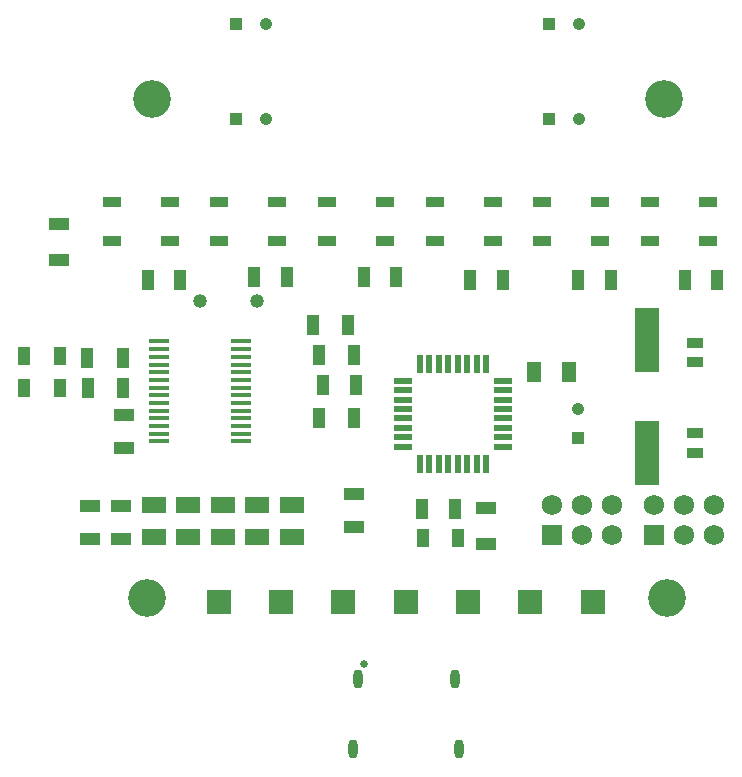
<source format=gbs>
G04 #@! TF.GenerationSoftware,KiCad,Pcbnew,(5.1.9)-1*
G04 #@! TF.CreationDate,2021-04-13T17:11:41+02:00*
G04 #@! TF.ProjectId,sh_control,73685f63-6f6e-4747-926f-6c2e6b696361,rev?*
G04 #@! TF.SameCoordinates,Original*
G04 #@! TF.FileFunction,Soldermask,Bot*
G04 #@! TF.FilePolarity,Negative*
%FSLAX46Y46*%
G04 Gerber Fmt 4.6, Leading zero omitted, Abs format (unit mm)*
G04 Created by KiCad (PCBNEW (5.1.9)-1) date 2021-04-13 17:11:41*
%MOMM*%
%LPD*%
G01*
G04 APERTURE LIST*
%ADD10R,1.800000X1.050000*%
%ADD11R,2.000000X2.000000*%
%ADD12R,2.000000X5.500000*%
%ADD13C,1.192000*%
%ADD14R,1.050000X1.800000*%
%ADD15R,1.200000X1.800000*%
%ADD16R,1.500000X0.900000*%
%ADD17R,1.100000X1.550000*%
%ADD18C,1.725000*%
%ADD19R,1.725000X1.725000*%
%ADD20O,0.800000X1.600000*%
%ADD21C,0.650000*%
%ADD22R,1.700000X0.450000*%
%ADD23R,1.500000X0.600000*%
%ADD24R,0.600000X1.500000*%
%ADD25C,3.200000*%
%ADD26R,2.110000X1.350000*%
%ADD27R,1.820000X1.020000*%
%ADD28C,1.050000*%
%ADD29R,1.050000X1.050000*%
%ADD30R,1.050000X1.820000*%
%ADD31R,1.020000X1.820000*%
%ADD32R,1.390000X0.960000*%
G04 APERTURE END LIST*
D10*
X57550000Y-98900000D03*
X57550000Y-95900000D03*
D11*
X102730000Y-127880000D03*
X97451665Y-127880000D03*
X92173332Y-127880000D03*
X86894999Y-127880000D03*
X81616666Y-127880000D03*
X76338333Y-127880000D03*
X71060000Y-127880000D03*
D12*
X107320000Y-115220000D03*
X107320000Y-105720000D03*
D13*
X69460000Y-102350000D03*
X74340000Y-102350000D03*
D14*
X59960000Y-109740000D03*
X62960000Y-109740000D03*
X59940000Y-107240000D03*
X62940000Y-107240000D03*
D10*
X93710000Y-122930000D03*
X93710000Y-119930000D03*
D14*
X79526000Y-112268000D03*
X82526000Y-112268000D03*
X82550000Y-106934000D03*
X79550000Y-106934000D03*
D15*
X97720000Y-108380000D03*
X100720000Y-108380000D03*
D14*
X82042000Y-104394000D03*
X79042000Y-104394000D03*
D16*
X112470000Y-97290000D03*
X112470000Y-93990000D03*
X107570000Y-93990000D03*
X107570000Y-97290000D03*
X103356000Y-97290000D03*
X103356000Y-93990000D03*
X98456000Y-93990000D03*
X98456000Y-97290000D03*
X94242000Y-97290000D03*
X94242000Y-93990000D03*
X89342000Y-93990000D03*
X89342000Y-97290000D03*
X85128000Y-97290000D03*
X85128000Y-93990000D03*
X80228000Y-93990000D03*
X80228000Y-97290000D03*
X76014000Y-97290000D03*
X76014000Y-93990000D03*
X71114000Y-93990000D03*
X71114000Y-97290000D03*
X66900000Y-97290000D03*
X66900000Y-93990000D03*
X62000000Y-93990000D03*
X62000000Y-97290000D03*
D17*
X57590000Y-109760000D03*
X54590000Y-109760000D03*
X57610000Y-107070000D03*
X54610000Y-107070000D03*
X91340000Y-122440000D03*
X88340000Y-122440000D03*
D18*
X113030000Y-119634000D03*
X113030000Y-122174000D03*
X110490000Y-119634000D03*
X110490000Y-122174000D03*
X107950000Y-119634000D03*
D19*
X107950000Y-122174000D03*
D18*
X104394000Y-119634000D03*
X104394000Y-122174000D03*
X101854000Y-119634000D03*
X101854000Y-122174000D03*
X99314000Y-119634000D03*
D19*
X99314000Y-122174000D03*
D20*
X82824360Y-134361240D03*
X91084360Y-134361240D03*
X91444360Y-140311240D03*
D21*
X83354360Y-133111240D03*
D20*
X82464360Y-140311240D03*
D22*
X65980000Y-105805000D03*
X65980000Y-106455000D03*
X65980000Y-107105000D03*
X65980000Y-107755000D03*
X65980000Y-108405000D03*
X65980000Y-109055000D03*
X65980000Y-109705000D03*
X65980000Y-110355000D03*
X65980000Y-111005000D03*
X65980000Y-111655000D03*
X65980000Y-112305000D03*
X65980000Y-112955000D03*
X65980000Y-113605000D03*
X65980000Y-114255000D03*
X72980000Y-114255000D03*
X72980000Y-113605000D03*
X72980000Y-112955000D03*
X72980000Y-112305000D03*
X72980000Y-111655000D03*
X72980000Y-111005000D03*
X72980000Y-110355000D03*
X72980000Y-109705000D03*
X72980000Y-109055000D03*
X72980000Y-108405000D03*
X72980000Y-107755000D03*
X72980000Y-107105000D03*
X72980000Y-106455000D03*
X72980000Y-105805000D03*
D23*
X86640000Y-109120000D03*
X86640000Y-109920000D03*
X86640000Y-110720000D03*
X86640000Y-111520000D03*
X86640000Y-112320000D03*
X86640000Y-113120000D03*
X86640000Y-113920000D03*
X86640000Y-114720000D03*
D24*
X88090000Y-116170000D03*
X88890000Y-116170000D03*
X89690000Y-116170000D03*
X90490000Y-116170000D03*
X91290000Y-116170000D03*
X92090000Y-116170000D03*
X92890000Y-116170000D03*
X93690000Y-116170000D03*
D23*
X95140000Y-114720000D03*
X95140000Y-113920000D03*
X95140000Y-113120000D03*
X95140000Y-112320000D03*
X95140000Y-111520000D03*
X95140000Y-110720000D03*
X95140000Y-109920000D03*
X95140000Y-109120000D03*
D24*
X93690000Y-107670000D03*
X92890000Y-107670000D03*
X92090000Y-107670000D03*
X91290000Y-107670000D03*
X90490000Y-107670000D03*
X89690000Y-107670000D03*
X88890000Y-107670000D03*
X88090000Y-107670000D03*
D25*
X109010000Y-127520000D03*
X65020000Y-127520000D03*
X108760000Y-85290000D03*
X65440000Y-85290000D03*
D26*
X77270000Y-122390000D03*
X77270000Y-119630000D03*
X74340000Y-122390000D03*
X74340000Y-119630000D03*
X71410000Y-122390000D03*
X71410000Y-119630000D03*
X68480000Y-122390000D03*
X68480000Y-119630000D03*
X65550000Y-122390000D03*
X65550000Y-119630000D03*
D27*
X62770000Y-122555000D03*
X62770000Y-119755000D03*
X60140000Y-122555000D03*
X60140000Y-119755000D03*
X63010000Y-111990000D03*
X63010000Y-114790000D03*
D28*
X101540000Y-86950000D03*
D29*
X99040000Y-86950000D03*
D28*
X101540000Y-78950000D03*
D29*
X99040000Y-78950000D03*
D28*
X75040000Y-86950000D03*
D29*
X72540000Y-86950000D03*
D28*
X75040000Y-78950000D03*
D29*
X72540000Y-78950000D03*
D30*
X110504000Y-100584000D03*
X113284000Y-100584000D03*
X101480000Y-100584000D03*
X104260000Y-100584000D03*
X92336000Y-100584000D03*
X95116000Y-100584000D03*
X83326000Y-100330000D03*
X86106000Y-100330000D03*
X74048000Y-100330000D03*
X76828000Y-100330000D03*
X65038000Y-100584000D03*
X67818000Y-100584000D03*
D28*
X101500000Y-111480000D03*
D29*
X101500000Y-113980000D03*
D31*
X91090000Y-119990000D03*
X88290000Y-119990000D03*
X82680000Y-109474000D03*
X79880000Y-109474000D03*
D27*
X82480000Y-121540000D03*
X82480000Y-118740000D03*
D32*
X111400000Y-115210000D03*
X111400000Y-113590000D03*
X111420000Y-105950000D03*
X111420000Y-107570000D03*
M02*

</source>
